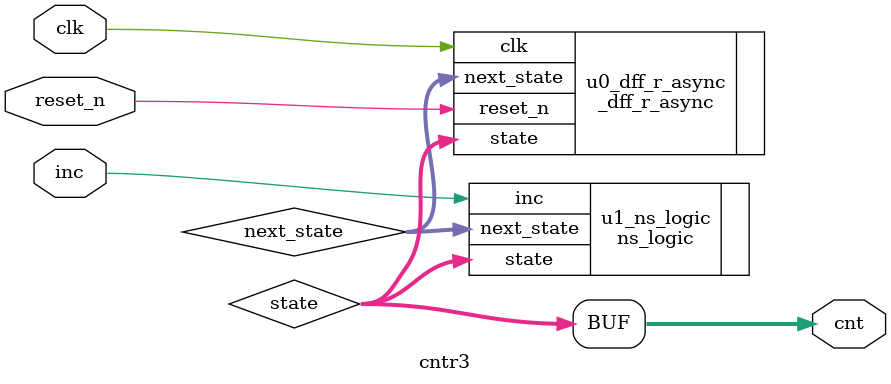
<source format=v>
module cntr3(clk, reset_n, inc, cnt);
	input clk, reset_n, inc;
	output [1:0] cnt;
	
	// 00 = 0
	// 01 = 1
	// 10 = 2	
	wire [1:0] state, next_state;
	
	_dff_r_async u0_dff_r_async(.clk(clk), .reset_n(reset_n), .next_state(next_state), .state(state));
	ns_logic u1_ns_logic(.state(state), .inc(inc), .next_state(next_state));
	
	// generate output
	assign cnt[1] = state[1];
	assign cnt[0] = state[0];
endmodule

</source>
